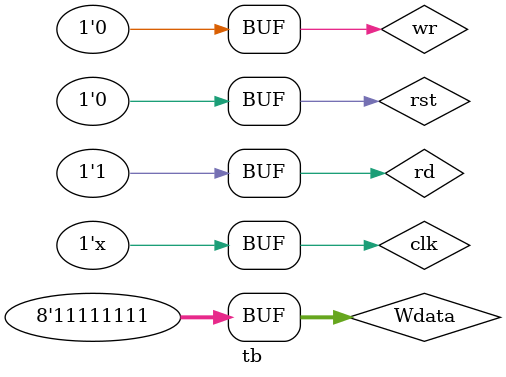
<source format=sv>
module fifo#(parameter x = 8, 
             parameter width = 4*x+1)
  (input clk, rst, wr, rd, 
  input [x-1:0] Wdata,
  output full, empty,
  output [(2*x)-1:0] Rdata
);
  
  reg [(2*x)-1:0] Rdata_reg;
  reg [width-1:0] mem;
  reg full_reg, empty_reg;

  
  always@(posedge clk)begin
    if(rst == 1)begin
      Rdata_reg <= 0;
      mem <= 1;
      full_reg <= 0;
      empty_reg <= 1;
    end
    if(wr == 1 && full_reg!=1)begin
      mem <= mem<<x;
      mem[x-1:0] <= Wdata;
      empty_reg <= 0;
    end
    if(rd == 1 && empty_reg!=1)begin    
      Rdata_reg <= mem[(2*x)-1:0];
      mem <= mem>>(2*x);
      full_reg <= 0;
    end
  end
  
  always@( negedge clk)begin
    if(mem==1)begin
      empty_reg <= 1;
    end
    if (mem[width-1] == 1'b 1) 
      full_reg <= 1;
  end
    
  
  assign Rdata = Rdata_reg;
  assign full = full_reg;
  assign empty = empty_reg;
  
  always@(*)$display("time=%0t, clk=%b, mem=%b, rst=%b, wr=%b, rd=%b, Wdata=%b, full=%b, empty=%b, Rdata=%b",$time, clk, mem, rst, wr, rd, Wdata, full, empty, Rdata);
  
endmodule

module tb;
  reg clk, rst, wr, rd;
  reg [8-1:0] Wdata;
  reg full, empty;
  reg [(16)-1:0] Rdata;
  
  fifo #(8)fifo1(
  .clk(clk), .rst(rst), .wr(wr), .rd(rd), 
  .Wdata(Wdata),
  .full(full), .empty(empty),
  .Rdata(Rdata)
  );
  
  always #5 clk = ~clk;
  
  initial begin
    rst = 1;
    clk =0;
    #20 rst = 0; wr =1; rd = 0; Wdata = 8'b 11111111;
    #42 wr = 0; rd = 1;
    #20 wr = 1; rd = 0; Wdata = 8'b 11111111;
    #50 wr = 0; rd = 1;
  end
endmodule
</source>
